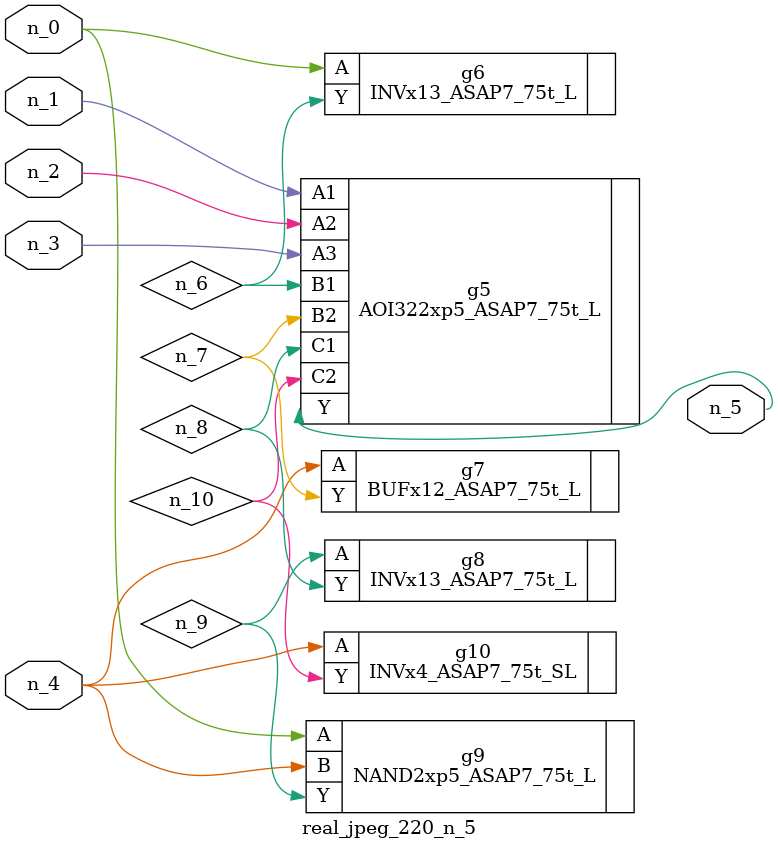
<source format=v>
module real_jpeg_220_n_5 (n_4, n_0, n_1, n_2, n_3, n_5);

input n_4;
input n_0;
input n_1;
input n_2;
input n_3;

output n_5;

wire n_8;
wire n_6;
wire n_7;
wire n_10;
wire n_9;

INVx13_ASAP7_75t_L g6 ( 
.A(n_0),
.Y(n_6)
);

NAND2xp5_ASAP7_75t_L g9 ( 
.A(n_0),
.B(n_4),
.Y(n_9)
);

AOI322xp5_ASAP7_75t_L g5 ( 
.A1(n_1),
.A2(n_2),
.A3(n_3),
.B1(n_6),
.B2(n_7),
.C1(n_8),
.C2(n_10),
.Y(n_5)
);

BUFx12_ASAP7_75t_L g7 ( 
.A(n_4),
.Y(n_7)
);

INVx4_ASAP7_75t_SL g10 ( 
.A(n_4),
.Y(n_10)
);

INVx13_ASAP7_75t_L g8 ( 
.A(n_9),
.Y(n_8)
);


endmodule
</source>
